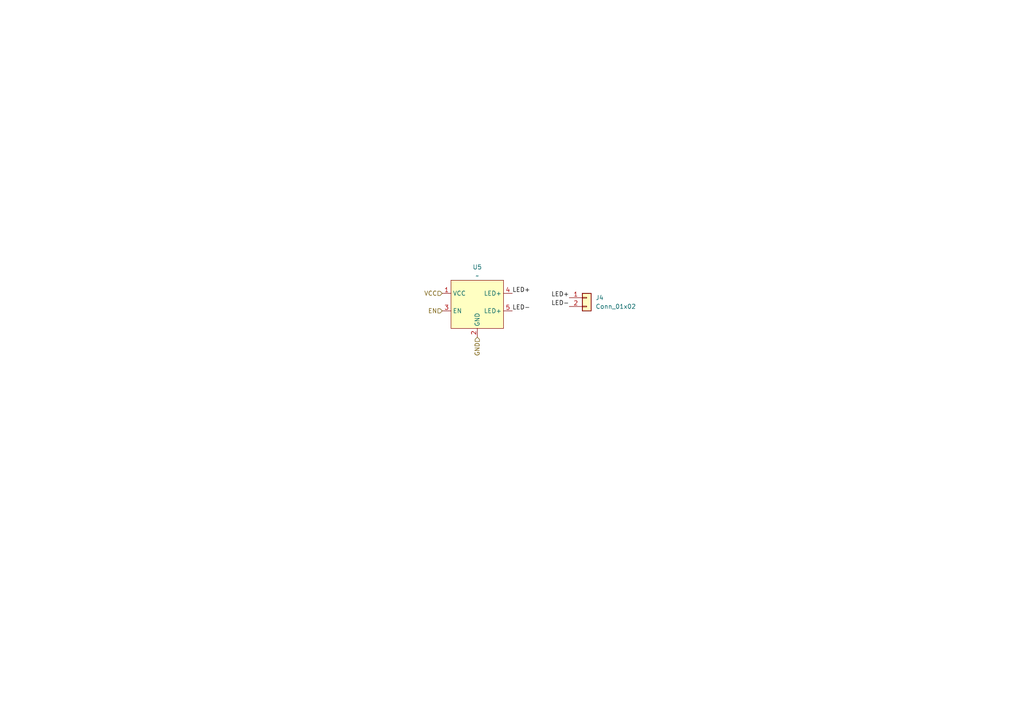
<source format=kicad_sch>
(kicad_sch (version 20231120) (generator "eeschema") (generator_version "8.0")
  (paper "A4")
  (lib_symbols
    (symbol "Connector_Generic:Conn_01x02" (pin_names (offset 1.016) hide)
      (property "Reference" "J" (at 0 2.54 0))
      (property "Value" "Conn_01x02" (at 0 -5.08 0))
      (symbol "Conn_01x02_1_1"
        (rectangle (start -1.27 -2.413) (end 0 -2.667) (stroke (width 0.1524)))
        (rectangle (start -1.27 0.127) (end 0 -0.127) (stroke (width 0.1524)))
        (rectangle (start -1.27 1.27) (end 1.27 -3.81) (stroke (width 0.254)) (fill (type background)))
        (pin passive line (at -5.08 0 0) (length 3.81) (name "Pin_1") (number "1"))
        (pin passive line (at -5.08 -2.54 0) (length 3.81) (name "Pin_2") (number "2"))
      )
    )
    (symbol "MHCI:MHCI-A6211"
      (property "Reference" "U" (at 0 0 0))
      (symbol "MHCI-A6211_1_1"
        (rectangle (start -7.62 -1.27) (end 7.62 -15.24) (fill (type background)))
        (pin power_in line (at -10.16 -5.08 0) (length 2.54) (name "VCC") (number "1"))
        (pin power_in line (at 0 -17.78 90) (length 2.54) (name "GND") (number "2"))
        (pin input line (at -10.16 -10.16 0) (length 2.54) (name "EN") (number "3"))
        (pin power_out line (at 10.16 -5.08 180) (length 2.54) (name "LED+") (number "4"))
        (pin power_out line (at 10.16 -10.16 180) (length 2.54) (name "LED+") (number "5"))
      )
    )
  )
  (label "LED-" (at 148.59 90.17 0))
  (label "LED-" (at 165.1 88.9 180))
  (label "LED+" (at 148.59 85.09 0))
  (label "LED+" (at 165.1 86.36 180))
  (hierarchical_label "GND" (shape input) (at 138.43 97.79 270))
  (hierarchical_label "VCC" (shape input) (at 128.27 85.09 180))
  (hierarchical_label "EN" (shape input) (at 128.27 90.17 180))
  (symbol (lib_id "Connector_Generic:Conn_01x02") (at 170.18 86.36 0) (unit 1)
    (property "Reference" "J2" (at 172.72 86.3599 0) (effects (justify left)))
    (property "Value" "Conn_01x02" (at 172.72 88.8999 0) (effects (justify left)))
    (property "Footprint" "MHCI:2060-452-998-404 Wago" (effects (hide yes)))
    (property "Description" "Generic connector, single row, 01x02, script generated (kicad-library-utils/schlib/autogen/connector/)" (effects (hide yes)))
    (instances (project "walkure-motherboard" (path "" (reference "J4") (unit 1)) (path "" (reference "J2") (unit 1)) (path "" (reference "J6") (unit 1)) (path "" (reference "J1") (unit 1)) (path "" (reference "J5") (unit 1)) (path "" (reference "J3") (unit 1))))
  )
  (symbol (lib_id "MHCI:MHCI-A6211") (at 138.43 80.01 0) (unit 1)
    (property "Reference" "U1" (at 138.43 77.47 0))
    (property "Value" "~" (at 138.43 80.01 0))
    (property "Footprint" "MHCI:MHCI-A6211" (effects (hide yes)))
    (instances (project "walkure-motherboard" (path "" (reference "U5") (unit 1)) (path "" (reference "U1") (unit 1)) (path "" (reference "U7") (unit 1)) (path "" (reference "U3") (unit 1)) (path "" (reference "U6") (unit 1)) (path "" (reference "U4") (unit 1))))
  )
)
</source>
